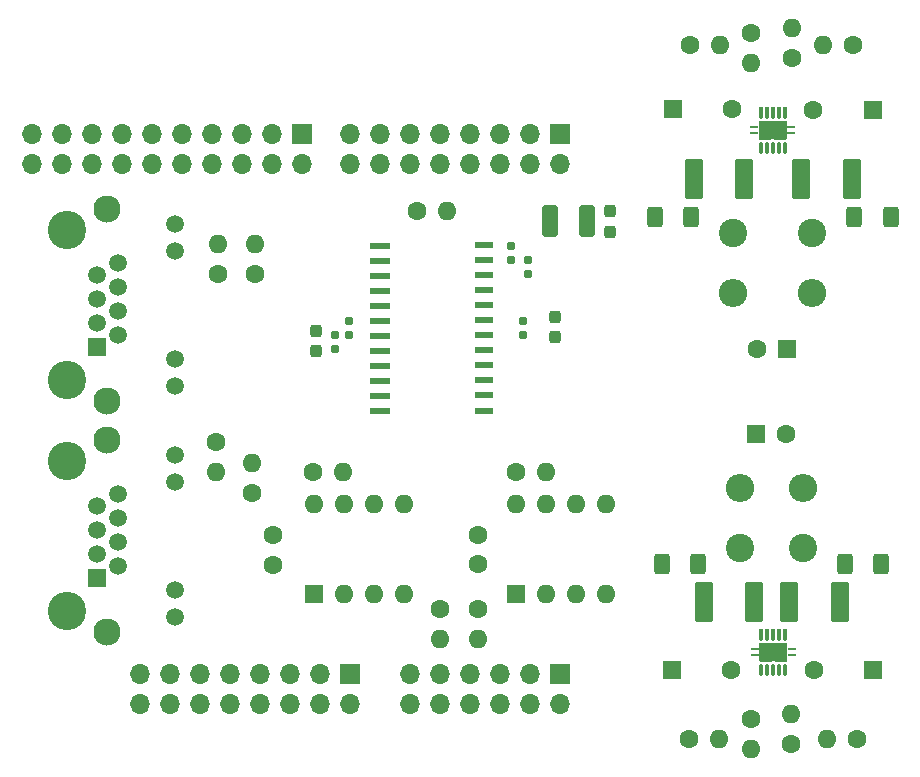
<source format=gbr>
%TF.GenerationSoftware,KiCad,Pcbnew,(6.0.10-0)*%
%TF.CreationDate,2023-03-03T14:43:48-05:00*%
%TF.ProjectId,shield,73686965-6c64-42e6-9b69-6361645f7063,rev?*%
%TF.SameCoordinates,Original*%
%TF.FileFunction,Soldermask,Top*%
%TF.FilePolarity,Negative*%
%FSLAX46Y46*%
G04 Gerber Fmt 4.6, Leading zero omitted, Abs format (unit mm)*
G04 Created by KiCad (PCBNEW (6.0.10-0)) date 2023-03-03 14:43:48*
%MOMM*%
%LPD*%
G01*
G04 APERTURE LIST*
G04 Aperture macros list*
%AMRoundRect*
0 Rectangle with rounded corners*
0 $1 Rounding radius*
0 $2 $3 $4 $5 $6 $7 $8 $9 X,Y pos of 4 corners*
0 Add a 4 corners polygon primitive as box body*
4,1,4,$2,$3,$4,$5,$6,$7,$8,$9,$2,$3,0*
0 Add four circle primitives for the rounded corners*
1,1,$1+$1,$2,$3*
1,1,$1+$1,$4,$5*
1,1,$1+$1,$6,$7*
1,1,$1+$1,$8,$9*
0 Add four rect primitives between the rounded corners*
20,1,$1+$1,$2,$3,$4,$5,0*
20,1,$1+$1,$4,$5,$6,$7,0*
20,1,$1+$1,$6,$7,$8,$9,0*
20,1,$1+$1,$8,$9,$2,$3,0*%
G04 Aperture macros list end*
%ADD10R,1.600000X0.500000*%
%ADD11R,1.600000X0.515000*%
%ADD12R,1.750000X0.500000*%
%ADD13R,1.600000X1.600000*%
%ADD14O,1.600000X1.600000*%
%ADD15C,1.600000*%
%ADD16RoundRect,0.250000X0.400000X0.625000X-0.400000X0.625000X-0.400000X-0.625000X0.400000X-0.625000X0*%
%ADD17R,0.500000X0.260000*%
%ADD18R,0.700000X0.280000*%
%ADD19R,1.050000X0.680000*%
%ADD20R,2.400000X1.650000*%
%ADD21O,0.420000X0.990000*%
%ADD22RoundRect,0.070000X0.140000X-0.140000X0.140000X0.140000X-0.140000X0.140000X-0.140000X-0.140000X0*%
%ADD23RoundRect,0.155000X0.155000X-0.212500X0.155000X0.212500X-0.155000X0.212500X-0.155000X-0.212500X0*%
%ADD24RoundRect,0.250000X0.537500X1.450000X-0.537500X1.450000X-0.537500X-1.450000X0.537500X-1.450000X0*%
%ADD25C,2.400000*%
%ADD26O,2.400000X2.400000*%
%ADD27C,3.250000*%
%ADD28R,1.500000X1.500000*%
%ADD29C,1.500000*%
%ADD30C,2.300000*%
%ADD31RoundRect,0.155000X-0.155000X0.212500X-0.155000X-0.212500X0.155000X-0.212500X0.155000X0.212500X0*%
%ADD32RoundRect,0.250000X-0.537500X-1.450000X0.537500X-1.450000X0.537500X1.450000X-0.537500X1.450000X0*%
%ADD33R,1.700000X1.700000*%
%ADD34O,1.700000X1.700000*%
%ADD35RoundRect,0.250000X-0.412500X-1.100000X0.412500X-1.100000X0.412500X1.100000X-0.412500X1.100000X0*%
%ADD36RoundRect,0.237500X0.237500X-0.300000X0.237500X0.300000X-0.237500X0.300000X-0.237500X-0.300000X0*%
%ADD37RoundRect,0.070000X-0.140000X0.140000X-0.140000X-0.140000X0.140000X-0.140000X0.140000X0.140000X0*%
%ADD38RoundRect,0.237500X-0.237500X0.300000X-0.237500X-0.300000X0.237500X-0.300000X0.237500X0.300000X0*%
%ADD39RoundRect,0.250000X-0.400000X-0.625000X0.400000X-0.625000X0.400000X0.625000X-0.400000X0.625000X0*%
G04 APERTURE END LIST*
D10*
%TO.C,U5*%
X115450000Y-82015000D03*
X115450000Y-83285000D03*
X115450000Y-84555000D03*
X115450000Y-85825000D03*
X115450000Y-87095000D03*
X115450000Y-88365000D03*
X115450000Y-89635000D03*
X115450000Y-90905000D03*
X115450000Y-92175000D03*
X115450000Y-93445000D03*
X115450000Y-94715000D03*
D11*
X115450000Y-95992500D03*
D12*
X106625000Y-96000000D03*
X106625000Y-94730000D03*
X106625000Y-93460000D03*
X106625000Y-92190000D03*
X106625000Y-90920000D03*
X106625000Y-89650000D03*
X106625000Y-88380000D03*
X106625000Y-87110000D03*
X106625000Y-85840000D03*
X106625000Y-84570000D03*
X106625000Y-83300000D03*
X106625000Y-82030000D03*
%TD*%
D13*
%TO.C,U2*%
X118100000Y-111500000D03*
D14*
X120640000Y-111500000D03*
X123180000Y-111500000D03*
X125720000Y-111500000D03*
X125720000Y-103880000D03*
X123180000Y-103880000D03*
X120640000Y-103880000D03*
X118100000Y-103880000D03*
%TD*%
D15*
%TO.C,R16*%
X138000000Y-122110000D03*
D14*
X138000000Y-124650000D03*
%TD*%
D13*
%TO.C,U1*%
X101000000Y-111500000D03*
D14*
X103540000Y-111500000D03*
X106080000Y-111500000D03*
X108620000Y-111500000D03*
X108620000Y-103880000D03*
X106080000Y-103880000D03*
X103540000Y-103880000D03*
X101000000Y-103880000D03*
%TD*%
D16*
%TO.C,R22*%
X132950000Y-79600000D03*
X129850000Y-79600000D03*
%TD*%
D13*
%TO.C,C5*%
X148315000Y-117950000D03*
D15*
X143315000Y-117950000D03*
%TD*%
D17*
%TO.C,U4*%
X138270000Y-116200000D03*
D18*
X138350000Y-116200000D03*
D17*
X141530000Y-116200000D03*
D19*
X139265000Y-116000000D03*
D20*
X139900000Y-116450000D03*
D18*
X138350000Y-116700000D03*
D17*
X138270000Y-116700000D03*
D19*
X140535000Y-116900000D03*
D17*
X141530000Y-116700000D03*
D19*
X139265000Y-116900000D03*
D18*
X141450000Y-116200000D03*
X141450000Y-116700000D03*
D19*
X140535000Y-116000000D03*
D21*
X138900000Y-114975000D03*
D22*
X138900000Y-114690000D03*
X139400000Y-114690000D03*
D21*
X139400000Y-114975000D03*
X139900000Y-114975000D03*
D22*
X139900000Y-114690000D03*
D21*
X140400000Y-114975000D03*
D22*
X140400000Y-114690000D03*
X140900000Y-114690000D03*
D21*
X140900000Y-114975000D03*
X140900000Y-117925000D03*
D22*
X140900000Y-118210000D03*
D21*
X140400000Y-117925000D03*
D22*
X140400000Y-118210000D03*
X139900000Y-118210000D03*
D21*
X139900000Y-117925000D03*
X139400000Y-117925000D03*
D22*
X139400000Y-118210000D03*
D21*
X138900000Y-117925000D03*
D22*
X138900000Y-118210000D03*
%TD*%
D23*
%TO.C,C18*%
X118750000Y-89567500D03*
X118750000Y-88432500D03*
%TD*%
D24*
%TO.C,C8*%
X137437500Y-76400000D03*
X133162500Y-76400000D03*
%TD*%
D15*
%TO.C,R8*%
X92900000Y-84445000D03*
D14*
X92900000Y-81905000D03*
%TD*%
D24*
%TO.C,C10*%
X138287500Y-112200000D03*
X134012500Y-112200000D03*
%TD*%
D15*
%TO.C,R14*%
X138000000Y-64055000D03*
D14*
X138000000Y-66595000D03*
%TD*%
D25*
%TO.C,R20*%
X137100000Y-107615000D03*
D26*
X137100000Y-102535000D03*
%TD*%
D27*
%TO.C,J2*%
X80085000Y-93390000D03*
X80085000Y-80690000D03*
D28*
X82625000Y-90600000D03*
D29*
X84405000Y-89584000D03*
X82625000Y-88568000D03*
X84405000Y-87552000D03*
X82625000Y-86536000D03*
X84405000Y-85520000D03*
X82625000Y-84504000D03*
X84405000Y-83488000D03*
X89225000Y-93900000D03*
X89225000Y-91610000D03*
X89225000Y-82470000D03*
X89225000Y-80180000D03*
D30*
X83515000Y-95170000D03*
X83515000Y-78910000D03*
%TD*%
D15*
%TO.C,R1*%
X100955000Y-101200000D03*
D14*
X103495000Y-101200000D03*
%TD*%
D15*
%TO.C,R13*%
X141456250Y-66145000D03*
D14*
X141456250Y-63605000D03*
%TD*%
D31*
%TO.C,C16*%
X119150000Y-83282500D03*
X119150000Y-84417500D03*
%TD*%
D32*
%TO.C,C7*%
X142262500Y-76400000D03*
X146537500Y-76400000D03*
%TD*%
D33*
%TO.C,J4*%
X121844000Y-118260000D03*
D34*
X121844000Y-120800000D03*
X119304000Y-118260000D03*
X119304000Y-120800000D03*
X116764000Y-118260000D03*
X116764000Y-120800000D03*
X114224000Y-118260000D03*
X114224000Y-120800000D03*
X111684000Y-118260000D03*
X111684000Y-120800000D03*
X109144000Y-118260000D03*
X109144000Y-120800000D03*
%TD*%
D15*
%TO.C,C1*%
X114920000Y-106500000D03*
X114920000Y-109000000D03*
%TD*%
D25*
%TO.C,R19*%
X142400000Y-107615000D03*
D26*
X142400000Y-102535000D03*
%TD*%
D15*
%TO.C,R3*%
X118095000Y-101200000D03*
D14*
X120635000Y-101200000D03*
%TD*%
D32*
%TO.C,C9*%
X141262500Y-112200000D03*
X145537500Y-112200000D03*
%TD*%
D35*
%TO.C,C13*%
X120987500Y-79950000D03*
X124112500Y-79950000D03*
%TD*%
D16*
%TO.C,R24*%
X133550000Y-109000000D03*
X130450000Y-109000000D03*
%TD*%
D31*
%TO.C,C19*%
X103950000Y-88432500D03*
X103950000Y-89567500D03*
%TD*%
D15*
%TO.C,R9*%
X146640000Y-65000000D03*
D14*
X144100000Y-65000000D03*
%TD*%
D36*
%TO.C,C15*%
X126050000Y-80862500D03*
X126050000Y-79137500D03*
%TD*%
D31*
%TO.C,C14*%
X117700000Y-82082500D03*
X117700000Y-83217500D03*
%TD*%
%TO.C,C21*%
X102800000Y-89632500D03*
X102800000Y-90767500D03*
%TD*%
D33*
%TO.C,J5*%
X100000000Y-72600000D03*
D34*
X100000000Y-75140000D03*
X97460000Y-72600000D03*
X97460000Y-75140000D03*
X94920000Y-72600000D03*
X94920000Y-75140000D03*
X92380000Y-72600000D03*
X92380000Y-75140000D03*
X89840000Y-72600000D03*
X89840000Y-75140000D03*
X87300000Y-72600000D03*
X87300000Y-75140000D03*
X84760000Y-72600000D03*
X84760000Y-75140000D03*
X82220000Y-72600000D03*
X82220000Y-75140000D03*
X79680000Y-72600000D03*
X79680000Y-75140000D03*
X77140000Y-72600000D03*
X77140000Y-75140000D03*
%TD*%
D27*
%TO.C,J1*%
X80085000Y-112990000D03*
X80085000Y-100290000D03*
D28*
X82625000Y-110200000D03*
D29*
X84405000Y-109184000D03*
X82625000Y-108168000D03*
X84405000Y-107152000D03*
X82625000Y-106136000D03*
X84405000Y-105120000D03*
X82625000Y-104104000D03*
X84405000Y-103088000D03*
X89225000Y-113500000D03*
X89225000Y-111210000D03*
X89225000Y-102070000D03*
X89225000Y-99780000D03*
D30*
X83515000Y-98510000D03*
X83515000Y-114770000D03*
%TD*%
D15*
%TO.C,C2*%
X97520000Y-106534000D03*
X97520000Y-109034000D03*
%TD*%
D21*
%TO.C,U3*%
X140856250Y-70783750D03*
D37*
X140856250Y-70498750D03*
D21*
X140356250Y-70783750D03*
D37*
X140356250Y-70498750D03*
X139856250Y-70498750D03*
D21*
X139856250Y-70783750D03*
D37*
X139356250Y-70498750D03*
D21*
X139356250Y-70783750D03*
D37*
X138856250Y-70498750D03*
D21*
X138856250Y-70783750D03*
D37*
X138856250Y-74018750D03*
D21*
X138856250Y-73733750D03*
X139356250Y-73733750D03*
D37*
X139356250Y-74018750D03*
D21*
X139856250Y-73733750D03*
D37*
X139856250Y-74018750D03*
X140356250Y-74018750D03*
D21*
X140356250Y-73733750D03*
D37*
X140856250Y-74018750D03*
D21*
X140856250Y-73733750D03*
D19*
X140491250Y-71808750D03*
X139221250Y-72708750D03*
D18*
X138306250Y-72508750D03*
D19*
X139221250Y-71808750D03*
D17*
X141486250Y-72508750D03*
D18*
X138306250Y-72008750D03*
D17*
X138226250Y-72508750D03*
D18*
X141406250Y-72508750D03*
D17*
X141486250Y-72008750D03*
D20*
X139856250Y-72258750D03*
D18*
X141406250Y-72008750D03*
D19*
X140491250Y-72708750D03*
D17*
X138226250Y-72008750D03*
%TD*%
D15*
%TO.C,R2*%
X111700000Y-112755000D03*
D14*
X111700000Y-115295000D03*
%TD*%
D15*
%TO.C,R4*%
X114900000Y-112755000D03*
D14*
X114900000Y-115295000D03*
%TD*%
D33*
%TO.C,J6*%
X121875000Y-72600000D03*
D34*
X121844000Y-75140000D03*
X119304000Y-72600000D03*
X119304000Y-75140000D03*
X116764000Y-72600000D03*
X116764000Y-75140000D03*
X114224000Y-72600000D03*
X114224000Y-75140000D03*
X111684000Y-72600000D03*
X111684000Y-75140000D03*
X109144000Y-72600000D03*
X109144000Y-75140000D03*
X106604000Y-72600000D03*
X106604000Y-75140000D03*
X104064000Y-72600000D03*
X104064000Y-75140000D03*
%TD*%
D25*
%TO.C,R17*%
X143200000Y-80985000D03*
D26*
X143200000Y-86065000D03*
%TD*%
D38*
%TO.C,C17*%
X121450000Y-88037500D03*
X121450000Y-89762500D03*
%TD*%
D36*
%TO.C,C20*%
X101200000Y-90962500D03*
X101200000Y-89237500D03*
%TD*%
D13*
%TO.C,C6*%
X131315000Y-117950000D03*
D15*
X136315000Y-117950000D03*
%TD*%
%TO.C,R10*%
X132855000Y-65000000D03*
D14*
X135395000Y-65000000D03*
%TD*%
D15*
%TO.C,R6*%
X92700000Y-98655000D03*
D14*
X92700000Y-101195000D03*
%TD*%
D13*
%TO.C,C11*%
X141060226Y-90768974D03*
D15*
X138560226Y-90768974D03*
%TD*%
D13*
%TO.C,C12*%
X138474440Y-98000000D03*
D15*
X140974440Y-98000000D03*
%TD*%
%TO.C,R12*%
X132810000Y-123792500D03*
D14*
X135350000Y-123792500D03*
%TD*%
D15*
%TO.C,R15*%
X141400000Y-124200000D03*
D14*
X141400000Y-121660000D03*
%TD*%
D13*
%TO.C,C4*%
X131406250Y-70500000D03*
D15*
X136406250Y-70500000D03*
%TD*%
%TO.C,R25*%
X109755000Y-79100000D03*
D14*
X112295000Y-79100000D03*
%TD*%
D25*
%TO.C,R18*%
X136500000Y-80985000D03*
D26*
X136500000Y-86065000D03*
%TD*%
D13*
%TO.C,C3*%
X148306250Y-70508750D03*
D15*
X143306250Y-70508750D03*
%TD*%
D33*
%TO.C,J3*%
X104064000Y-118260000D03*
D34*
X104064000Y-120800000D03*
X101524000Y-118260000D03*
X101524000Y-120800000D03*
X98984000Y-118260000D03*
X98984000Y-120800000D03*
X96444000Y-118260000D03*
X96444000Y-120800000D03*
X93904000Y-118260000D03*
X93904000Y-120800000D03*
X91364000Y-118260000D03*
X91364000Y-120800000D03*
X88824000Y-118260000D03*
X88824000Y-120800000D03*
X86284000Y-118260000D03*
X86284000Y-120800000D03*
%TD*%
D39*
%TO.C,R23*%
X145950000Y-109000000D03*
X149050000Y-109000000D03*
%TD*%
%TO.C,R21*%
X146750000Y-79600000D03*
X149850000Y-79600000D03*
%TD*%
D15*
%TO.C,R11*%
X146970000Y-123792500D03*
D14*
X144430000Y-123792500D03*
%TD*%
D15*
%TO.C,R5*%
X95750000Y-103000000D03*
D14*
X95750000Y-100460000D03*
%TD*%
D15*
%TO.C,R7*%
X96000000Y-84445000D03*
D14*
X96000000Y-81905000D03*
%TD*%
M02*

</source>
